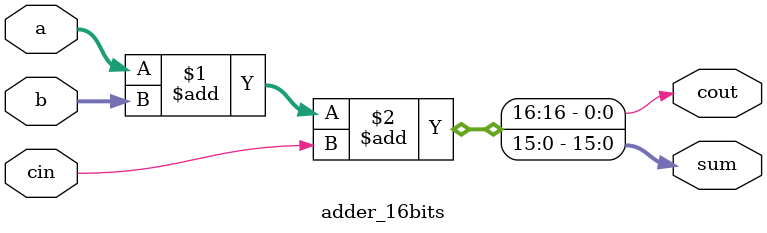
<source format=v>
module adder_16bits(
    input [15:0] a,
    input [15:0] b,
    input cin,
    output [15:0] sum,
    output cout
);
    assign {cout, sum} = a + b + cin;
endmodule
</source>
